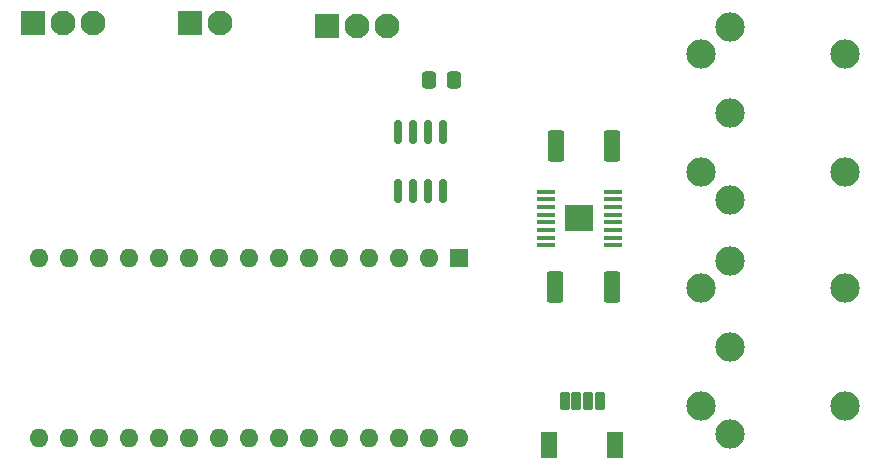
<source format=gbr>
%TF.GenerationSoftware,KiCad,Pcbnew,(6.0.10)*%
%TF.CreationDate,2023-02-05T01:38:08-05:00*%
%TF.ProjectId,lin-valve-control,6c696e2d-7661-46c7-9665-2d636f6e7472,1.0*%
%TF.SameCoordinates,Original*%
%TF.FileFunction,Soldermask,Top*%
%TF.FilePolarity,Negative*%
%FSLAX46Y46*%
G04 Gerber Fmt 4.6, Leading zero omitted, Abs format (unit mm)*
G04 Created by KiCad (PCBNEW (6.0.10)) date 2023-02-05 01:38:08*
%MOMM*%
%LPD*%
G01*
G04 APERTURE LIST*
G04 Aperture macros list*
%AMRoundRect*
0 Rectangle with rounded corners*
0 $1 Rounding radius*
0 $2 $3 $4 $5 $6 $7 $8 $9 X,Y pos of 4 corners*
0 Add a 4 corners polygon primitive as box body*
4,1,4,$2,$3,$4,$5,$6,$7,$8,$9,$2,$3,0*
0 Add four circle primitives for the rounded corners*
1,1,$1+$1,$2,$3*
1,1,$1+$1,$4,$5*
1,1,$1+$1,$6,$7*
1,1,$1+$1,$8,$9*
0 Add four rect primitives between the rounded corners*
20,1,$1+$1,$2,$3,$4,$5,0*
20,1,$1+$1,$4,$5,$6,$7,0*
20,1,$1+$1,$6,$7,$8,$9,0*
20,1,$1+$1,$8,$9,$2,$3,0*%
G04 Aperture macros list end*
%ADD10R,1.600000X1.600000*%
%ADD11O,1.600000X1.600000*%
%ADD12R,2.100000X2.100000*%
%ADD13C,2.100000*%
%ADD14C,2.489200*%
%ADD15RoundRect,0.150000X0.150000X-0.825000X0.150000X0.825000X-0.150000X0.825000X-0.150000X-0.825000X0*%
%ADD16RoundRect,0.101600X-0.299720X-0.674370X0.299720X-0.674370X0.299720X0.674370X-0.299720X0.674370X0*%
%ADD17RoundRect,0.101600X-0.599440X-0.999490X0.599440X-0.999490X0.599440X0.999490X-0.599440X0.999490X0*%
%ADD18RoundRect,0.249999X0.450001X1.075001X-0.450001X1.075001X-0.450001X-1.075001X0.450001X-1.075001X0*%
%ADD19R,2.460000X2.310000*%
%ADD20RoundRect,0.100000X0.687500X0.100000X-0.687500X0.100000X-0.687500X-0.100000X0.687500X-0.100000X0*%
%ADD21RoundRect,0.250000X-0.337500X-0.475000X0.337500X-0.475000X0.337500X0.475000X-0.337500X0.475000X0*%
G04 APERTURE END LIST*
D10*
%TO.C,U1*%
X194818000Y-82814000D03*
D11*
X192278000Y-82814000D03*
X189738000Y-82814000D03*
X187198000Y-82814000D03*
X184658000Y-82814000D03*
X182118000Y-82814000D03*
X179578000Y-82814000D03*
X177038000Y-82814000D03*
X174498000Y-82814000D03*
X171958000Y-82814000D03*
X169418000Y-82814000D03*
X166878000Y-82814000D03*
X164338000Y-82814000D03*
X161798000Y-82814000D03*
X159258000Y-82814000D03*
X159258000Y-98054000D03*
X161798000Y-98054000D03*
X164338000Y-98054000D03*
X166878000Y-98054000D03*
X169418000Y-98054000D03*
X171958000Y-98054000D03*
X174498000Y-98054000D03*
X177038000Y-98054000D03*
X179578000Y-98054000D03*
X182118000Y-98054000D03*
X184658000Y-98054000D03*
X187198000Y-98054000D03*
X189738000Y-98054000D03*
X192278000Y-98054000D03*
X194818000Y-98054000D03*
%TD*%
D12*
%TO.C,J6*%
X183642000Y-63246000D03*
D13*
X186182000Y-63246000D03*
X188722000Y-63246000D03*
%TD*%
D12*
%TO.C,J5*%
X158750000Y-62992000D03*
D13*
X161290000Y-62992000D03*
X163830000Y-62992000D03*
%TD*%
D14*
%TO.C,J2*%
X217759280Y-63312040D03*
X217759280Y-70612000D03*
X217759280Y-77911960D03*
X215259920Y-65613280D03*
X215259920Y-75610720D03*
X227459540Y-75610720D03*
X227459540Y-65613280D03*
%TD*%
D12*
%TO.C,J4*%
X172042000Y-62992000D03*
D13*
X174582000Y-62992000D03*
%TD*%
D15*
%TO.C,U2*%
X189611000Y-77151000D03*
X190881000Y-77151000D03*
X192151000Y-77151000D03*
X193421000Y-77151000D03*
X193421000Y-72201000D03*
X192151000Y-72201000D03*
X190881000Y-72201000D03*
X189611000Y-72201000D03*
%TD*%
D16*
%TO.C,J1*%
X203723240Y-94996000D03*
X204724000Y-94996000D03*
X205719680Y-94996000D03*
X206720440Y-94996000D03*
D17*
X208020920Y-98668840D03*
X202422760Y-98668840D03*
%TD*%
D18*
%TO.C,R5*%
X207746000Y-85344000D03*
X202946000Y-85344000D03*
%TD*%
D19*
%TO.C,U3*%
X204978000Y-79502000D03*
D20*
X207840500Y-81777000D03*
X207840500Y-81127000D03*
X207840500Y-80477000D03*
X207840500Y-79827000D03*
X207840500Y-79177000D03*
X207840500Y-78527000D03*
X207840500Y-77877000D03*
X207840500Y-77227000D03*
X202115500Y-77227000D03*
X202115500Y-77877000D03*
X202115500Y-78527000D03*
X202115500Y-79177000D03*
X202115500Y-79827000D03*
X202115500Y-80477000D03*
X202115500Y-81127000D03*
X202115500Y-81777000D03*
%TD*%
D21*
%TO.C,C1*%
X192278000Y-67818000D03*
X194353000Y-67818000D03*
%TD*%
D14*
%TO.C,J3*%
X217759280Y-83124040D03*
X217759280Y-90424000D03*
X217759280Y-97723960D03*
X215259920Y-85425280D03*
X215259920Y-95422720D03*
X227459540Y-95422720D03*
X227459540Y-85425280D03*
%TD*%
D18*
%TO.C,R7*%
X207772000Y-73406000D03*
X202972000Y-73406000D03*
%TD*%
M02*

</source>
